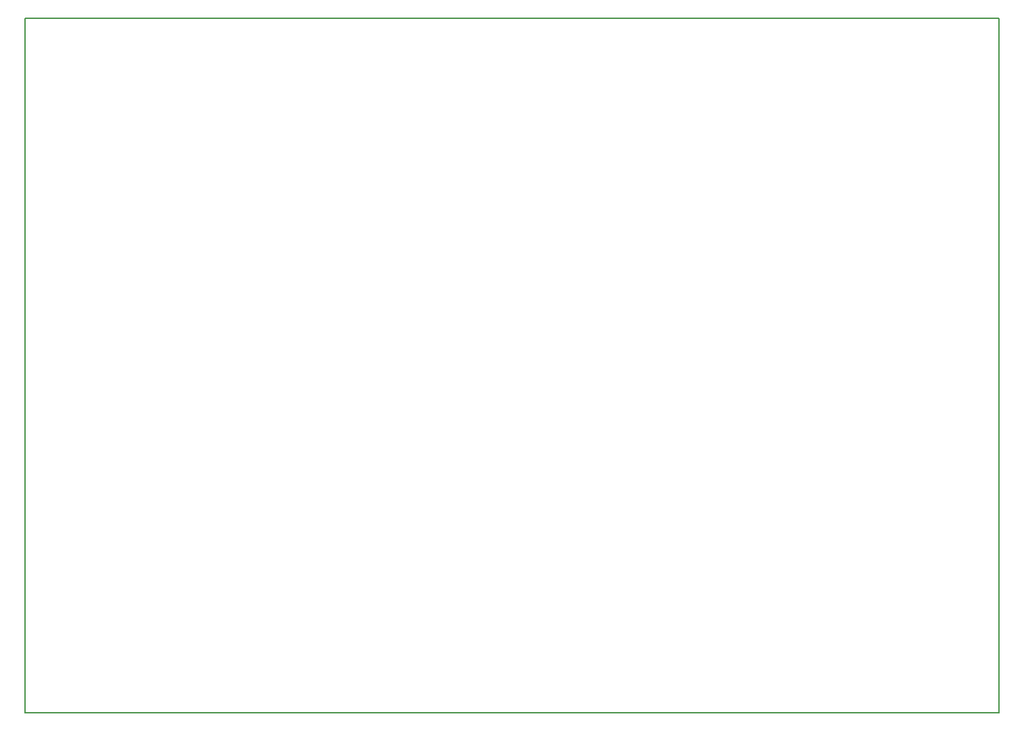
<source format=gbr>
%TF.GenerationSoftware,KiCad,Pcbnew,5.1.9+dfsg1-1*%
%TF.CreationDate,2021-09-30T01:50:27+00:00*%
%TF.ProjectId,st_pat,73745f70-6174-42e6-9b69-6361645f7063,rev?*%
%TF.SameCoordinates,Original*%
%TF.FileFunction,Profile,NP*%
%FSLAX46Y46*%
G04 Gerber Fmt 4.6, Leading zero omitted, Abs format (unit mm)*
G04 Created by KiCad (PCBNEW 5.1.9+dfsg1-1) date 2021-09-30 01:50:27*
%MOMM*%
%LPD*%
G01*
G04 APERTURE LIST*
%TA.AperFunction,Profile*%
%ADD10C,0.150000*%
%TD*%
G04 APERTURE END LIST*
D10*
X78740000Y-124460000D02*
X78740000Y-37465000D01*
X200660000Y-124460000D02*
X78740000Y-124460000D01*
X78740000Y-37465000D02*
X200660000Y-37465000D01*
X200660000Y-37465000D02*
X200660000Y-124460000D01*
M02*

</source>
